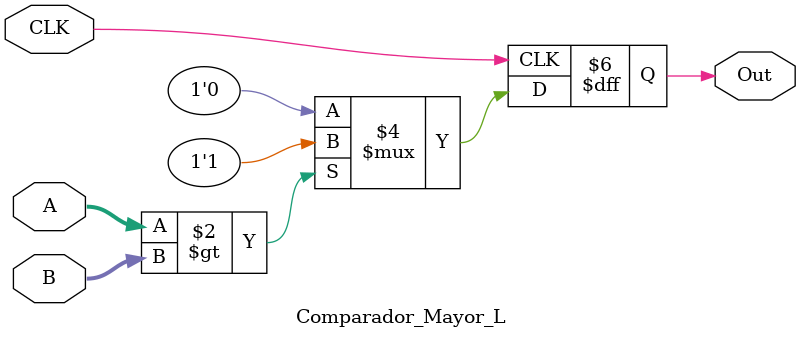
<source format=v>
`timescale 1ns / 1ps


module Comparador_Mayor_L(
    input wire CLK,
    input wire [7:0] A,
    input wire [7:0] B,
    output reg Out
    );
    
    
       always @(posedge CLK)
          if (A > B)
              Out <= 1'b1;
          else
              Out <= 1'b0;
    
endmodule

</source>
